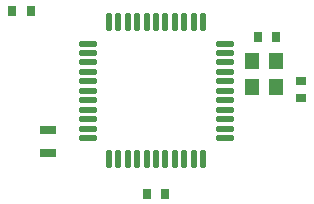
<source format=gtp>
G04*
G04 #@! TF.GenerationSoftware,Altium Limited,Altium Designer,22.4.2 (48)*
G04*
G04 Layer_Color=8421504*
%FSLAX26Y26*%
%MOIN*%
G70*
G04*
G04 #@! TF.SameCoordinates,6CEC26E3-1FB6-4E6F-AFBB-73261986176E*
G04*
G04*
G04 #@! TF.FilePolarity,Positive*
G04*
G01*
G75*
%ADD14R,0.031496X0.037402*%
%ADD15R,0.037402X0.031496*%
%ADD16O,0.062992X0.021654*%
%ADD17O,0.021654X0.062992*%
%ADD18R,0.047244X0.055118*%
%ADD19R,0.053150X0.031496*%
D14*
X966378Y731142D02*
D03*
X1025433D02*
D03*
X206693Y817913D02*
D03*
X145669D02*
D03*
X656496Y208661D02*
D03*
X595472D02*
D03*
D15*
X1109252Y584646D02*
D03*
Y525591D02*
D03*
D16*
X396654Y708661D02*
D03*
Y677165D02*
D03*
Y645669D02*
D03*
Y614173D02*
D03*
Y582677D02*
D03*
Y551181D02*
D03*
Y519685D02*
D03*
Y488189D02*
D03*
Y456693D02*
D03*
Y425197D02*
D03*
Y393701D02*
D03*
X853346D02*
D03*
Y425197D02*
D03*
Y456693D02*
D03*
Y488189D02*
D03*
Y519685D02*
D03*
Y551181D02*
D03*
Y582677D02*
D03*
Y614173D02*
D03*
Y645669D02*
D03*
Y677165D02*
D03*
Y708661D02*
D03*
D17*
X467520Y322835D02*
D03*
X499016D02*
D03*
X530512D02*
D03*
X562008D02*
D03*
X593504D02*
D03*
X625000D02*
D03*
X656496D02*
D03*
X687992D02*
D03*
X719488D02*
D03*
X750984D02*
D03*
X782480D02*
D03*
Y779528D02*
D03*
X750984D02*
D03*
X719488D02*
D03*
X687992D02*
D03*
X656496D02*
D03*
X625000D02*
D03*
X593504D02*
D03*
X562008D02*
D03*
X530512D02*
D03*
X499016D02*
D03*
X467520D02*
D03*
D18*
X1023622Y649606D02*
D03*
X944882D02*
D03*
X1023622Y562992D02*
D03*
X944882D02*
D03*
D19*
X263779Y344488D02*
D03*
Y421260D02*
D03*
M02*

</source>
